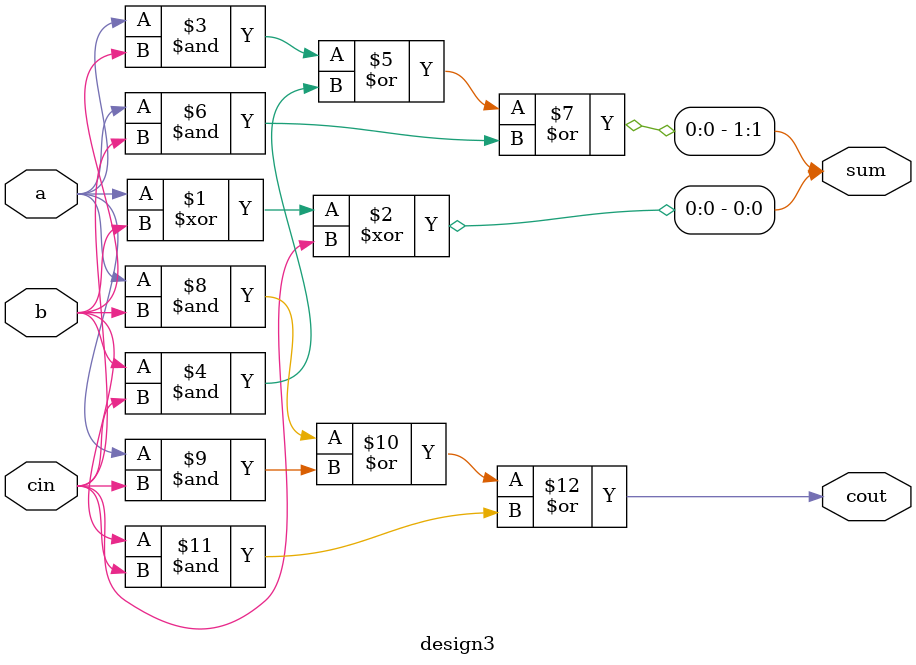
<source format=v>
module design3(
    input a, b, cin,
    output [1:0]sum, 
    output cout
);

assign sum[0] = a ^ b ^ cin;
assign sum[1] = (a & b) | (b & cin) | (a & cin);
assign cout = (a & b) | (a & cin) | (b & cin);

endmodule


</source>
